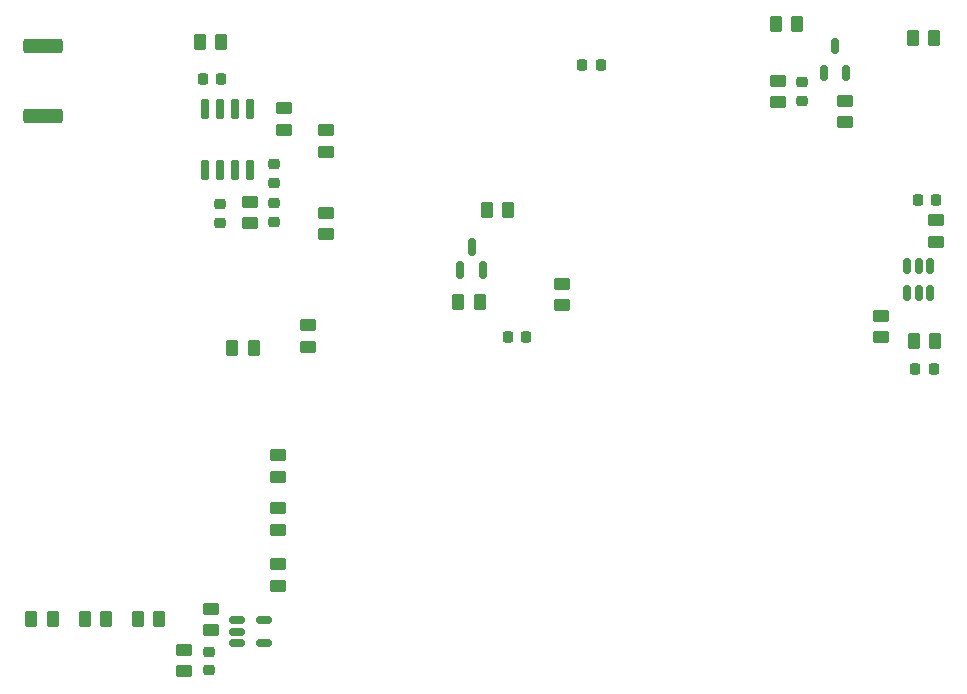
<source format=gbr>
%TF.GenerationSoftware,KiCad,Pcbnew,7.0.7-7.0.7~ubuntu22.04.1*%
%TF.CreationDate,2023-08-15T15:59:31+03:00*%
%TF.ProjectId,supply-uv,73757070-6c79-42d7-9576-2e6b69636164,rev?*%
%TF.SameCoordinates,Original*%
%TF.FileFunction,Paste,Bot*%
%TF.FilePolarity,Positive*%
%FSLAX46Y46*%
G04 Gerber Fmt 4.6, Leading zero omitted, Abs format (unit mm)*
G04 Created by KiCad (PCBNEW 7.0.7-7.0.7~ubuntu22.04.1) date 2023-08-15 15:59:31*
%MOMM*%
%LPD*%
G01*
G04 APERTURE LIST*
G04 Aperture macros list*
%AMRoundRect*
0 Rectangle with rounded corners*
0 $1 Rounding radius*
0 $2 $3 $4 $5 $6 $7 $8 $9 X,Y pos of 4 corners*
0 Add a 4 corners polygon primitive as box body*
4,1,4,$2,$3,$4,$5,$6,$7,$8,$9,$2,$3,0*
0 Add four circle primitives for the rounded corners*
1,1,$1+$1,$2,$3*
1,1,$1+$1,$4,$5*
1,1,$1+$1,$6,$7*
1,1,$1+$1,$8,$9*
0 Add four rect primitives between the rounded corners*
20,1,$1+$1,$2,$3,$4,$5,0*
20,1,$1+$1,$4,$5,$6,$7,0*
20,1,$1+$1,$6,$7,$8,$9,0*
20,1,$1+$1,$8,$9,$2,$3,0*%
G04 Aperture macros list end*
%ADD10RoundRect,0.225000X-0.250000X0.225000X-0.250000X-0.225000X0.250000X-0.225000X0.250000X0.225000X0*%
%ADD11RoundRect,0.250000X-0.262500X-0.450000X0.262500X-0.450000X0.262500X0.450000X-0.262500X0.450000X0*%
%ADD12RoundRect,0.250000X0.262500X0.450000X-0.262500X0.450000X-0.262500X-0.450000X0.262500X-0.450000X0*%
%ADD13RoundRect,0.250000X0.450000X-0.262500X0.450000X0.262500X-0.450000X0.262500X-0.450000X-0.262500X0*%
%ADD14RoundRect,0.250000X-0.450000X0.262500X-0.450000X-0.262500X0.450000X-0.262500X0.450000X0.262500X0*%
%ADD15RoundRect,0.150000X-0.150000X0.725000X-0.150000X-0.725000X0.150000X-0.725000X0.150000X0.725000X0*%
%ADD16RoundRect,0.225000X0.225000X0.250000X-0.225000X0.250000X-0.225000X-0.250000X0.225000X-0.250000X0*%
%ADD17RoundRect,0.218750X0.218750X0.256250X-0.218750X0.256250X-0.218750X-0.256250X0.218750X-0.256250X0*%
%ADD18RoundRect,0.150000X-0.512500X-0.150000X0.512500X-0.150000X0.512500X0.150000X-0.512500X0.150000X0*%
%ADD19RoundRect,0.225000X-0.225000X-0.250000X0.225000X-0.250000X0.225000X0.250000X-0.225000X0.250000X0*%
%ADD20RoundRect,0.150000X-0.150000X0.512500X-0.150000X-0.512500X0.150000X-0.512500X0.150000X0.512500X0*%
%ADD21RoundRect,0.250000X-1.425000X0.362500X-1.425000X-0.362500X1.425000X-0.362500X1.425000X0.362500X0*%
%ADD22RoundRect,0.150000X0.150000X-0.512500X0.150000X0.512500X-0.150000X0.512500X-0.150000X-0.512500X0*%
%ADD23RoundRect,0.225000X0.250000X-0.225000X0.250000X0.225000X-0.250000X0.225000X-0.250000X-0.225000X0*%
%ADD24RoundRect,0.150000X0.150000X-0.587500X0.150000X0.587500X-0.150000X0.587500X-0.150000X-0.587500X0*%
G04 APERTURE END LIST*
D10*
%TO.C,CP4*%
X94050000Y-105462500D03*
X94050000Y-107012500D03*
%TD*%
D11*
%TO.C,RP14*%
X82587500Y-140587500D03*
X84412500Y-140587500D03*
%TD*%
D12*
%TO.C,R18*%
X118462500Y-105937500D03*
X116637500Y-105937500D03*
%TD*%
D13*
%TO.C,RP11*%
X103000000Y-108000000D03*
X103000000Y-106175000D03*
%TD*%
D12*
%TO.C,RP4*%
X94162500Y-91737500D03*
X92337500Y-91737500D03*
%TD*%
D14*
%TO.C,R5*%
X154700000Y-106787500D03*
X154700000Y-108612500D03*
%TD*%
D12*
%TO.C,R17*%
X116062500Y-113737500D03*
X114237500Y-113737500D03*
%TD*%
D14*
%TO.C,R15*%
X141300000Y-94987500D03*
X141300000Y-96812500D03*
%TD*%
D13*
%TO.C,R9*%
X150000000Y-116712500D03*
X150000000Y-114887500D03*
%TD*%
D14*
%TO.C,R14*%
X147000000Y-96687500D03*
X147000000Y-98512500D03*
%TD*%
%TO.C,RP1*%
X99450000Y-97325000D03*
X99450000Y-99150000D03*
%TD*%
%TO.C,RP8*%
X93250000Y-139675000D03*
X93250000Y-141500000D03*
%TD*%
D11*
%TO.C,RP9*%
X95087500Y-117587500D03*
X96912500Y-117587500D03*
%TD*%
D14*
%TO.C,RP5*%
X99000000Y-126675000D03*
X99000000Y-128500000D03*
%TD*%
D15*
%TO.C,U1*%
X92745000Y-97362500D03*
X94015000Y-97362500D03*
X95285000Y-97362500D03*
X96555000Y-97362500D03*
X96555000Y-102512500D03*
X95285000Y-102512500D03*
X94015000Y-102512500D03*
X92745000Y-102512500D03*
%TD*%
D16*
%TO.C,C11*%
X119975000Y-116700000D03*
X118425000Y-116700000D03*
%TD*%
D12*
%TO.C,R13*%
X154512500Y-91400000D03*
X152687500Y-91400000D03*
%TD*%
D14*
%TO.C,RP3*%
X96550000Y-105225000D03*
X96550000Y-107050000D03*
%TD*%
%TO.C,RP16*%
X91000000Y-143175000D03*
X91000000Y-145000000D03*
%TD*%
D17*
%TO.C,L1*%
X126300000Y-93700000D03*
X124725000Y-93700000D03*
%TD*%
D18*
%TO.C,U2*%
X95512500Y-142587500D03*
X95512500Y-141637500D03*
X95512500Y-140687500D03*
X97787500Y-140687500D03*
X97787500Y-142587500D03*
%TD*%
D19*
%TO.C,C5*%
X152925000Y-119400000D03*
X154475000Y-119400000D03*
%TD*%
D14*
%TO.C,RP6*%
X99000000Y-131175000D03*
X99000000Y-133000000D03*
%TD*%
D20*
%TO.C,U3*%
X152250000Y-110662500D03*
X153200000Y-110662500D03*
X154150000Y-110662500D03*
X154150000Y-112937500D03*
X153200000Y-112937500D03*
X152250000Y-112937500D03*
%TD*%
D21*
%TO.C,RP2*%
X79050000Y-92075000D03*
X79050000Y-98000000D03*
%TD*%
D22*
%TO.C,U5*%
X147050000Y-94337500D03*
X145150000Y-94337500D03*
X146100000Y-92062500D03*
%TD*%
D13*
%TO.C,RP12*%
X103000000Y-101000000D03*
X103000000Y-99175000D03*
%TD*%
D14*
%TO.C,RP7*%
X99000000Y-135925000D03*
X99000000Y-137750000D03*
%TD*%
D16*
%TO.C,C7*%
X154675000Y-105100000D03*
X153125000Y-105100000D03*
%TD*%
D10*
%TO.C,C2*%
X93150000Y-143362500D03*
X93150000Y-144912500D03*
%TD*%
D11*
%TO.C,R10*%
X152787500Y-117000000D03*
X154612500Y-117000000D03*
%TD*%
D14*
%TO.C,R11*%
X123000000Y-112187500D03*
X123000000Y-114012500D03*
%TD*%
D16*
%TO.C,CP1*%
X94125000Y-94837500D03*
X92575000Y-94837500D03*
%TD*%
D23*
%TO.C,CP2*%
X98650000Y-106912500D03*
X98650000Y-105362500D03*
%TD*%
D10*
%TO.C,C9*%
X143300000Y-95125000D03*
X143300000Y-96675000D03*
%TD*%
D11*
%TO.C,RP15*%
X87087500Y-140587500D03*
X88912500Y-140587500D03*
%TD*%
D24*
%TO.C,Q1*%
X116300000Y-110975000D03*
X114400000Y-110975000D03*
X115350000Y-109100000D03*
%TD*%
D10*
%TO.C,CP3*%
X98650000Y-102062500D03*
X98650000Y-103612500D03*
%TD*%
D12*
%TO.C,R12*%
X142912500Y-90200000D03*
X141087500Y-90200000D03*
%TD*%
D11*
%TO.C,RP13*%
X78087500Y-140587500D03*
X79912500Y-140587500D03*
%TD*%
D13*
%TO.C,RP10*%
X101500000Y-117500000D03*
X101500000Y-115675000D03*
%TD*%
M02*

</source>
